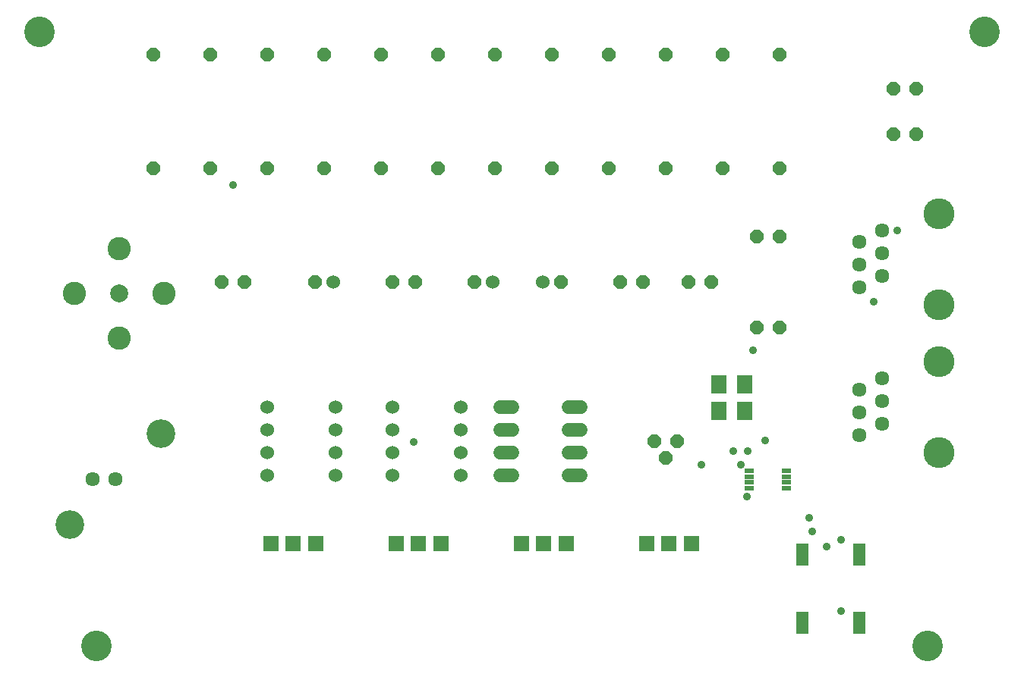
<source format=gts>
G75*
G70*
%OFA0B0*%
%FSLAX24Y24*%
%IPPOS*%
%LPD*%
%AMOC8*
5,1,8,0,0,1.08239X$1,22.5*
%
%ADD10C,0.1340*%
%ADD11OC8,0.0600*%
%ADD12C,0.0600*%
%ADD13C,0.0600*%
%ADD14R,0.0423X0.0197*%
%ADD15C,0.0634*%
%ADD16C,0.1360*%
%ADD17R,0.0580X0.0330*%
%ADD18C,0.0789*%
%ADD19C,0.1025*%
%ADD20R,0.0674X0.0674*%
%ADD21C,0.1261*%
%ADD22R,0.0710X0.0790*%
%ADD23C,0.0358*%
D10*
X004100Y001600D03*
X040600Y001600D03*
X043100Y028600D03*
X001600Y028600D03*
D11*
X006600Y027600D03*
X009100Y027600D03*
X011600Y027600D03*
X014100Y027600D03*
X016600Y027600D03*
X019100Y027600D03*
X021600Y027600D03*
X024100Y027600D03*
X026600Y027600D03*
X029100Y027600D03*
X031600Y027600D03*
X034100Y027600D03*
X039100Y026100D03*
X040100Y026100D03*
X040100Y024100D03*
X039100Y024100D03*
X034100Y022600D03*
X031600Y022600D03*
X029100Y022600D03*
X026600Y022600D03*
X024100Y022600D03*
X021600Y022600D03*
X019100Y022600D03*
X016600Y022600D03*
X014100Y022600D03*
X011600Y022600D03*
X009100Y022600D03*
X006600Y022600D03*
X009600Y017600D03*
X010600Y017600D03*
X013700Y017600D03*
X017100Y017600D03*
X018100Y017600D03*
X020700Y017600D03*
X024500Y017600D03*
X027100Y017600D03*
X028100Y017600D03*
X030100Y017600D03*
X031100Y017600D03*
X033100Y015600D03*
X034100Y015600D03*
X034100Y019600D03*
X033100Y019600D03*
X029600Y010600D03*
X029100Y009850D03*
X028600Y010600D03*
D12*
X020100Y010100D03*
X020100Y009100D03*
X020100Y011100D03*
X020100Y012100D03*
X017100Y012100D03*
X017100Y011100D03*
X017100Y010100D03*
X017100Y009100D03*
X014600Y009100D03*
X014600Y010100D03*
X014600Y011100D03*
X014600Y012100D03*
X011600Y012100D03*
X011600Y011100D03*
X011600Y010100D03*
X011600Y009100D03*
X014500Y017600D03*
X021500Y017600D03*
X023700Y017600D03*
D13*
X024840Y012100D02*
X025360Y012100D01*
X025360Y011100D02*
X024840Y011100D01*
X024840Y010100D02*
X025360Y010100D01*
X025360Y009100D02*
X024840Y009100D01*
X022360Y009100D02*
X021840Y009100D01*
X021840Y010100D02*
X022360Y010100D01*
X022360Y011100D02*
X021840Y011100D01*
X021840Y012100D02*
X022360Y012100D01*
D14*
X032775Y009290D03*
X032775Y009034D03*
X032775Y008778D03*
X032775Y008522D03*
X034399Y008522D03*
X034399Y008778D03*
X034399Y009034D03*
X034399Y009290D03*
D15*
X037600Y010850D03*
X038600Y011350D03*
X037600Y011850D03*
X038600Y012350D03*
X037600Y012850D03*
X038600Y013350D03*
X037600Y017350D03*
X038600Y017850D03*
X037600Y018350D03*
X038600Y018850D03*
X037600Y019350D03*
X038600Y019850D03*
X004935Y008935D03*
X003935Y008935D03*
D16*
X041100Y010100D03*
X041100Y014100D03*
X041100Y016600D03*
X041100Y020600D03*
D17*
X037600Y005920D03*
X037600Y005600D03*
X037600Y005280D03*
X035100Y005280D03*
X035100Y005600D03*
X035100Y005920D03*
X035100Y002920D03*
X035100Y002600D03*
X035100Y002280D03*
X037600Y002280D03*
X037600Y002600D03*
X037600Y002920D03*
D18*
X005100Y017100D03*
D19*
X003131Y017100D03*
X005100Y015131D03*
X007069Y017100D03*
X005100Y019069D03*
D20*
X011746Y006100D03*
X012730Y006100D03*
X013714Y006100D03*
X017246Y006100D03*
X018230Y006100D03*
X019214Y006100D03*
X022746Y006100D03*
X023730Y006100D03*
X024714Y006100D03*
X028246Y006100D03*
X029230Y006100D03*
X030214Y006100D03*
D21*
X006935Y010935D03*
X002935Y006935D03*
D22*
X031430Y011911D03*
X032550Y011911D03*
X032550Y013092D03*
X031430Y013092D03*
D23*
X032920Y014590D03*
X033460Y010630D03*
X032680Y010150D03*
X032050Y010150D03*
X032380Y009550D03*
X030670Y009550D03*
X032650Y008170D03*
X035380Y007210D03*
X035530Y006610D03*
X036160Y005950D03*
X036790Y006250D03*
X036790Y003130D03*
X038230Y016720D03*
X039250Y019840D03*
X018040Y010540D03*
X010090Y021850D03*
M02*

</source>
